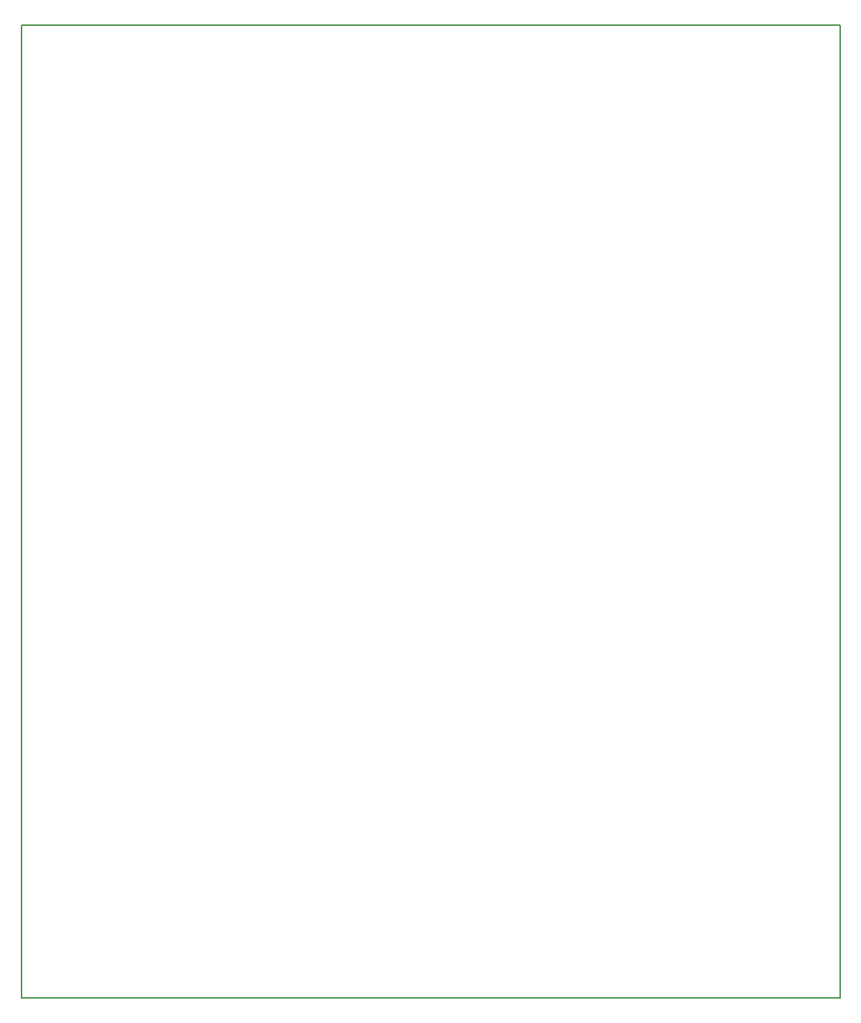
<source format=gko>
G04 #@! TF.GenerationSoftware,KiCad,Pcbnew,7.0.1*
G04 #@! TF.CreationDate,2023-07-12T00:32:14+03:00*
G04 #@! TF.ProjectId,alphax_4ch,616c7068-6178-45f3-9463-682e6b696361,G*
G04 #@! TF.SameCoordinates,PX141f5e0PYa2cace0*
G04 #@! TF.FileFunction,Profile,NP*
%FSLAX46Y46*%
G04 Gerber Fmt 4.6, Leading zero omitted, Abs format (unit mm)*
G04 Created by KiCad (PCBNEW 7.0.1) date 2023-07-12 00:32:14*
%MOMM*%
%LPD*%
G01*
G04 APERTURE LIST*
G04 #@! TA.AperFunction,Profile*
%ADD10C,0.200000*%
G04 #@! TD*
G04 APERTURE END LIST*
D10*
X0Y114700000D02*
X96500000Y114700000D01*
X96500000Y0D01*
X0Y0D01*
X0Y114700000D01*
M02*

</source>
